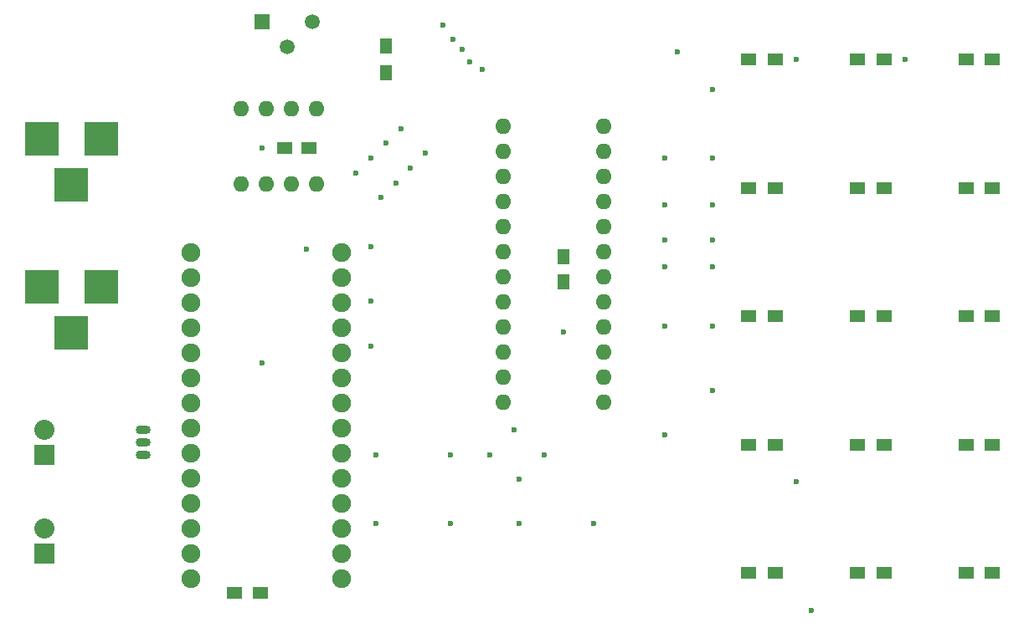
<source format=gbs>
G04 #@! TF.FileFunction,Soldermask,Bot*
%FSLAX46Y46*%
G04 Gerber Fmt 4.6, Leading zero omitted, Abs format (unit mm)*
G04 Created by KiCad (PCBNEW 4.0.0-2.201511301920+6191~38~ubuntu14.04.1-stable) date Fri 11 Mar 2016 15:08:48 AEDT*
%MOMM*%
G01*
G04 APERTURE LIST*
%ADD10C,0.100000*%
%ADD11R,1.250000X1.500000*%
%ADD12R,1.500000X1.250000*%
%ADD13R,3.500120X3.500120*%
%ADD14R,2.032000X2.032000*%
%ADD15O,2.032000X2.032000*%
%ADD16R,1.500000X1.300000*%
%ADD17R,1.300000X1.500000*%
%ADD18C,1.510000*%
%ADD19R,1.510000X1.510000*%
%ADD20C,1.900000*%
%ADD21O,1.600000X1.600000*%
%ADD22O,1.501140X0.899160*%
%ADD23C,0.600000*%
G04 APERTURE END LIST*
D10*
D11*
X195000000Y-85000000D03*
X195000000Y-87500000D03*
D12*
X166750000Y-74000000D03*
X169250000Y-74000000D03*
D13*
X148200140Y-73000000D03*
X142200660Y-73000000D03*
X145200400Y-77699000D03*
X148200140Y-88000000D03*
X142200660Y-88000000D03*
X145200400Y-92699000D03*
D14*
X142500000Y-105000000D03*
D15*
X142500000Y-102460000D03*
D16*
X213650000Y-117000000D03*
X216350000Y-117000000D03*
X213650000Y-104000000D03*
X216350000Y-104000000D03*
X213650000Y-91000000D03*
X216350000Y-91000000D03*
X224650000Y-91000000D03*
X227350000Y-91000000D03*
X224650000Y-78000000D03*
X227350000Y-78000000D03*
X216350000Y-78000000D03*
X213650000Y-78000000D03*
X224650000Y-65000000D03*
X227350000Y-65000000D03*
X213650000Y-65000000D03*
X216350000Y-65000000D03*
X224650000Y-104000000D03*
X227350000Y-104000000D03*
X224650000Y-117000000D03*
X227350000Y-117000000D03*
X238350000Y-65000000D03*
X235650000Y-65000000D03*
X235650000Y-78000000D03*
X238350000Y-78000000D03*
X235650000Y-91000000D03*
X238350000Y-91000000D03*
X235650000Y-104000000D03*
X238350000Y-104000000D03*
X235650000Y-117000000D03*
X238350000Y-117000000D03*
D17*
X177000000Y-66350000D03*
X177000000Y-63650000D03*
D16*
X164350000Y-119000000D03*
X161650000Y-119000000D03*
D18*
X169530000Y-61200000D03*
D19*
X164450000Y-61200000D03*
D18*
X166990000Y-63740000D03*
D20*
X172500000Y-115000000D03*
X172500000Y-112460000D03*
X172500000Y-109920000D03*
X172500000Y-107380000D03*
X172500000Y-104840000D03*
X172500000Y-102300000D03*
X172500000Y-99760000D03*
X172500000Y-97220000D03*
X172500000Y-94680000D03*
X172500000Y-92140000D03*
X172500000Y-89600000D03*
X172500000Y-87060000D03*
X172500000Y-84520000D03*
X157260000Y-84520000D03*
X157260000Y-87060000D03*
X157260000Y-89600000D03*
X157260000Y-92140000D03*
X157260000Y-94680000D03*
X157260000Y-97220000D03*
X157260000Y-99760000D03*
X157260000Y-102300000D03*
X157260000Y-104840000D03*
X157260000Y-107380000D03*
X157260000Y-109920000D03*
X157260000Y-112460000D03*
X157260000Y-115000000D03*
X157260000Y-117540000D03*
X172500000Y-117540000D03*
D21*
X170000000Y-70000000D03*
X167460000Y-70000000D03*
X164920000Y-70000000D03*
X162380000Y-70000000D03*
X162380000Y-77620000D03*
X164920000Y-77620000D03*
X167460000Y-77620000D03*
X170000000Y-77620000D03*
X199000000Y-71750000D03*
X199000000Y-74290000D03*
X199000000Y-76830000D03*
X199000000Y-79370000D03*
X199000000Y-81910000D03*
X199000000Y-84450000D03*
X199000000Y-86990000D03*
X199000000Y-89530000D03*
X199000000Y-92070000D03*
X199000000Y-94610000D03*
X199000000Y-97150000D03*
X199000000Y-99690000D03*
X188840000Y-99690000D03*
X188840000Y-97150000D03*
X188840000Y-94610000D03*
X188840000Y-92070000D03*
X188840000Y-89530000D03*
X188840000Y-86990000D03*
X188840000Y-84450000D03*
X188840000Y-81910000D03*
X188840000Y-79370000D03*
X188840000Y-76830000D03*
X188840000Y-74290000D03*
X188840000Y-71750000D03*
D22*
X152500000Y-103730000D03*
X152500000Y-102460000D03*
X152500000Y-105000000D03*
D14*
X142500000Y-115000000D03*
D15*
X142500000Y-112460000D03*
D23*
X229500000Y-65000000D03*
X218500000Y-65000000D03*
X164500000Y-74000000D03*
X164500000Y-95750000D03*
X169000000Y-84250000D03*
X205250000Y-103000000D03*
X205250000Y-92000000D03*
X205250000Y-86000000D03*
X205250000Y-83250000D03*
X205250000Y-79750000D03*
X205250000Y-75000000D03*
X206500000Y-64250000D03*
X210000000Y-68000000D03*
X210000000Y-75000000D03*
X210000000Y-79750000D03*
X210000000Y-83250000D03*
X210000000Y-86000000D03*
X210000000Y-92000000D03*
X210000000Y-98500000D03*
X176000000Y-105000000D03*
X183500000Y-105000000D03*
X187500000Y-105000000D03*
X190000000Y-102500000D03*
X193000000Y-105000000D03*
X190500000Y-107500000D03*
X198000000Y-112000000D03*
X190500000Y-112000000D03*
X183500000Y-112000000D03*
X176000000Y-112000000D03*
X175500000Y-94000000D03*
X175500000Y-89500000D03*
X175500000Y-84000000D03*
X176500000Y-79000000D03*
X178000000Y-77500000D03*
X179500000Y-76000000D03*
X181000000Y-74500000D03*
X178500000Y-72000000D03*
X177000000Y-73500000D03*
X175500000Y-75000000D03*
X174000000Y-76500000D03*
X195000000Y-92600000D03*
X218500000Y-107750000D03*
X220000000Y-120750000D03*
X186750000Y-66000000D03*
X185500000Y-65250000D03*
X184750000Y-64000000D03*
X183750000Y-63000000D03*
X182750000Y-61500000D03*
M02*

</source>
